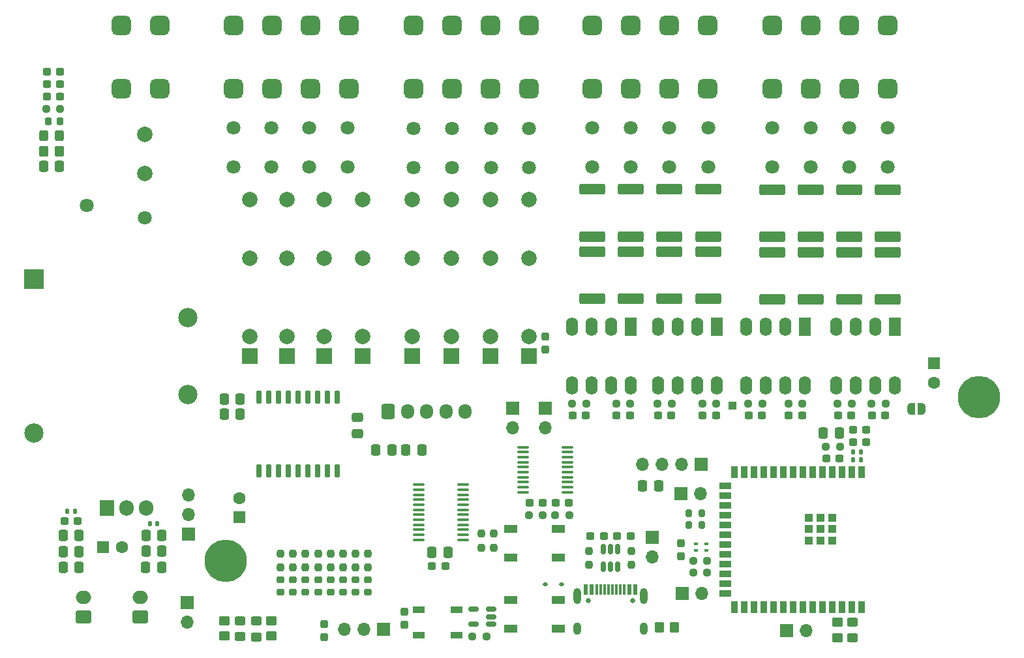
<source format=gbr>
%TF.GenerationSoftware,KiCad,Pcbnew,8.0.4*%
%TF.CreationDate,2024-09-09T03:46:58+02:00*%
%TF.ProjectId,hamodule,68616d6f-6475-46c6-952e-6b696361645f,20240908.24.8-1*%
%TF.SameCoordinates,Original*%
%TF.FileFunction,Soldermask,Top*%
%TF.FilePolarity,Negative*%
%FSLAX46Y46*%
G04 Gerber Fmt 4.6, Leading zero omitted, Abs format (unit mm)*
G04 Created by KiCad (PCBNEW 8.0.4) date 2024-09-09 03:46:58*
%MOMM*%
%LPD*%
G01*
G04 APERTURE LIST*
G04 Aperture macros list*
%AMRoundRect*
0 Rectangle with rounded corners*
0 $1 Rounding radius*
0 $2 $3 $4 $5 $6 $7 $8 $9 X,Y pos of 4 corners*
0 Add a 4 corners polygon primitive as box body*
4,1,4,$2,$3,$4,$5,$6,$7,$8,$9,$2,$3,0*
0 Add four circle primitives for the rounded corners*
1,1,$1+$1,$2,$3*
1,1,$1+$1,$4,$5*
1,1,$1+$1,$6,$7*
1,1,$1+$1,$8,$9*
0 Add four rect primitives between the rounded corners*
20,1,$1+$1,$2,$3,$4,$5,0*
20,1,$1+$1,$4,$5,$6,$7,0*
20,1,$1+$1,$6,$7,$8,$9,0*
20,1,$1+$1,$8,$9,$2,$3,0*%
%AMFreePoly0*
4,1,19,0.500000,-0.750000,0.000000,-0.750000,0.000000,-0.744911,-0.071157,-0.744911,-0.207708,-0.704816,-0.327430,-0.627875,-0.420627,-0.520320,-0.479746,-0.390866,-0.500000,-0.250000,-0.500000,0.250000,-0.479746,0.390866,-0.420627,0.520320,-0.327430,0.627875,-0.207708,0.704816,-0.071157,0.744911,0.000000,0.744911,0.000000,0.750000,0.500000,0.750000,0.500000,-0.750000,0.500000,-0.750000,
$1*%
%AMFreePoly1*
4,1,19,0.000000,0.744911,0.071157,0.744911,0.207708,0.704816,0.327430,0.627875,0.420627,0.520320,0.479746,0.390866,0.500000,0.250000,0.500000,-0.250000,0.479746,-0.390866,0.420627,-0.520320,0.327430,-0.627875,0.207708,-0.704816,0.071157,-0.744911,0.000000,-0.744911,0.000000,-0.750000,-0.500000,-0.750000,-0.500000,0.750000,0.000000,0.750000,0.000000,0.744911,0.000000,0.744911,
$1*%
G04 Aperture macros list end*
%ADD10R,1.700000X1.700000*%
%ADD11O,1.700000X1.700000*%
%ADD12RoundRect,0.249999X-1.425001X0.450001X-1.425001X-0.450001X1.425001X-0.450001X1.425001X0.450001X0*%
%ADD13C,1.800000*%
%ADD14RoundRect,0.250000X0.450000X-0.325000X0.450000X0.325000X-0.450000X0.325000X-0.450000X-0.325000X0*%
%ADD15RoundRect,0.250000X0.450000X-0.350000X0.450000X0.350000X-0.450000X0.350000X-0.450000X-0.350000X0*%
%ADD16RoundRect,0.250000X0.750000X-0.600000X0.750000X0.600000X-0.750000X0.600000X-0.750000X-0.600000X0*%
%ADD17O,2.000000X1.700000*%
%ADD18RoundRect,0.250000X0.337500X0.475000X-0.337500X0.475000X-0.337500X-0.475000X0.337500X-0.475000X0*%
%ADD19R,2.500000X2.500000*%
%ADD20C,2.500000*%
%ADD21R,1.905000X2.000000*%
%ADD22O,1.905000X2.000000*%
%ADD23RoundRect,0.625000X0.625000X0.625000X-0.625000X0.625000X-0.625000X-0.625000X0.625000X-0.625000X0*%
%ADD24C,2.000000*%
%ADD25R,1.600000X2.400000*%
%ADD26O,1.600000X2.400000*%
%ADD27RoundRect,0.237500X-0.250000X-0.237500X0.250000X-0.237500X0.250000X0.237500X-0.250000X0.237500X0*%
%ADD28RoundRect,0.237500X0.300000X0.237500X-0.300000X0.237500X-0.300000X-0.237500X0.300000X-0.237500X0*%
%ADD29R,1.800000X1.100000*%
%ADD30RoundRect,0.237500X-0.300000X-0.237500X0.300000X-0.237500X0.300000X0.237500X-0.300000X0.237500X0*%
%ADD31RoundRect,0.237500X-0.237500X0.300000X-0.237500X-0.300000X0.237500X-0.300000X0.237500X0.300000X0*%
%ADD32RoundRect,0.150000X0.150000X-0.725000X0.150000X0.725000X-0.150000X0.725000X-0.150000X-0.725000X0*%
%ADD33R,1.600000X1.600000*%
%ADD34C,1.600000*%
%ADD35RoundRect,0.237500X0.237500X-0.250000X0.237500X0.250000X-0.237500X0.250000X-0.237500X-0.250000X0*%
%ADD36RoundRect,0.218750X0.256250X-0.218750X0.256250X0.218750X-0.256250X0.218750X-0.256250X-0.218750X0*%
%ADD37R,2.000000X2.000000*%
%ADD38RoundRect,0.150000X0.512500X0.150000X-0.512500X0.150000X-0.512500X-0.150000X0.512500X-0.150000X0*%
%ADD39RoundRect,0.200000X0.200000X0.275000X-0.200000X0.275000X-0.200000X-0.275000X0.200000X-0.275000X0*%
%ADD40R,0.900000X1.500000*%
%ADD41R,1.500000X0.900000*%
%ADD42R,1.000000X1.000000*%
%ADD43RoundRect,0.100000X0.637500X0.100000X-0.637500X0.100000X-0.637500X-0.100000X0.637500X-0.100000X0*%
%ADD44RoundRect,0.237500X0.237500X-0.300000X0.237500X0.300000X-0.237500X0.300000X-0.237500X-0.300000X0*%
%ADD45RoundRect,0.250000X-0.450000X0.325000X-0.450000X-0.325000X0.450000X-0.325000X0.450000X0.325000X0*%
%ADD46RoundRect,0.250000X-0.337500X-0.475000X0.337500X-0.475000X0.337500X0.475000X-0.337500X0.475000X0*%
%ADD47RoundRect,0.112500X-0.187500X-0.112500X0.187500X-0.112500X0.187500X0.112500X-0.187500X0.112500X0*%
%ADD48RoundRect,0.250000X0.350000X0.450000X-0.350000X0.450000X-0.350000X-0.450000X0.350000X-0.450000X0*%
%ADD49RoundRect,0.140000X-0.140000X-0.170000X0.140000X-0.170000X0.140000X0.170000X-0.140000X0.170000X0*%
%ADD50C,0.650000*%
%ADD51R,0.600000X1.450000*%
%ADD52R,0.300000X1.450000*%
%ADD53O,1.000000X2.100000*%
%ADD54O,1.000000X1.600000*%
%ADD55RoundRect,0.250000X-0.600000X-0.725000X0.600000X-0.725000X0.600000X0.725000X-0.600000X0.725000X0*%
%ADD56O,1.700000X1.950000*%
%ADD57RoundRect,0.250000X0.325000X0.450000X-0.325000X0.450000X-0.325000X-0.450000X0.325000X-0.450000X0*%
%ADD58RoundRect,0.250000X-0.475000X0.337500X-0.475000X-0.337500X0.475000X-0.337500X0.475000X0.337500X0*%
%ADD59C,5.500000*%
%ADD60RoundRect,0.140000X0.140000X0.170000X-0.140000X0.170000X-0.140000X-0.170000X0.140000X-0.170000X0*%
%ADD61RoundRect,0.250000X-0.350000X-0.450000X0.350000X-0.450000X0.350000X0.450000X-0.350000X0.450000X0*%
%ADD62R,0.500000X0.300000*%
%ADD63RoundRect,0.150000X0.150000X-0.512500X0.150000X0.512500X-0.150000X0.512500X-0.150000X-0.512500X0*%
%ADD64RoundRect,0.237500X0.250000X0.237500X-0.250000X0.237500X-0.250000X-0.237500X0.250000X-0.237500X0*%
%ADD65FreePoly0,0.000000*%
%ADD66FreePoly1,0.000000*%
%ADD67RoundRect,0.237500X-0.237500X0.250000X-0.237500X-0.250000X0.237500X-0.250000X0.237500X0.250000X0*%
%ADD68RoundRect,0.218750X0.218750X0.256250X-0.218750X0.256250X-0.218750X-0.256250X0.218750X-0.256250X0*%
G04 APERTURE END LIST*
D10*
%TO.C,J5*%
X23674000Y5448400D03*
D11*
X23674000Y2908400D03*
%TD*%
D12*
%TO.C,R12*%
X76275000Y59056900D03*
X76275000Y52956900D03*
%TD*%
%TO.C,R11*%
X81228000Y59056900D03*
X81228000Y52956900D03*
%TD*%
D13*
%TO.C,RV1*%
X10626400Y57005330D03*
X18126400Y55372000D03*
%TD*%
D12*
%TO.C,R19*%
X81228000Y51005100D03*
X81228000Y44905100D03*
%TD*%
%TO.C,R20*%
X76275000Y51005100D03*
X76275000Y44905100D03*
%TD*%
D14*
%TO.C,D2*%
X30524000Y993400D03*
X30524000Y3043400D03*
%TD*%
D15*
%TO.C,R7*%
X28524000Y1068400D03*
X28524000Y3068400D03*
%TD*%
D16*
%TO.C,J1*%
X17574000Y3568700D03*
D17*
X17574000Y6068700D03*
%TD*%
D18*
%TO.C,C14*%
X9644200Y14098600D03*
X7569200Y14098600D03*
%TD*%
%TO.C,C8*%
X20361500Y12068400D03*
X18286500Y12068400D03*
%TD*%
D19*
%TO.C,PS1*%
X3780000Y47421800D03*
D20*
X3780000Y27421800D03*
X23780000Y32421800D03*
X23780000Y42421800D03*
%TD*%
D21*
%TO.C,U1*%
X13242700Y17729200D03*
D22*
X15782700Y17729200D03*
X18322700Y17729200D03*
%TD*%
D23*
%TO.C,J15*%
X44691800Y72136000D03*
X44691800Y80335999D03*
X39691800Y72136000D03*
X39691800Y80335999D03*
X34691800Y72136000D03*
X34691800Y80335999D03*
X29691800Y72136000D03*
X29691800Y80335999D03*
%TD*%
%TO.C,J2*%
X20144000Y72112401D03*
X20144000Y80312400D03*
X15144000Y72112401D03*
X15144000Y80312400D03*
%TD*%
%TO.C,J7*%
X91264000Y72140201D03*
X91264000Y80340200D03*
X86264000Y72140201D03*
X86264000Y80340200D03*
X81264000Y72140201D03*
X81264000Y80340200D03*
X76264000Y72140201D03*
X76264000Y80340200D03*
%TD*%
D24*
%TO.C,F1*%
X18161000Y66243200D03*
X18151000Y61163200D03*
%TD*%
D25*
%TO.C,U4*%
X115513178Y41232282D03*
D26*
X112973178Y41232282D03*
X110433178Y41232282D03*
X107893178Y41232282D03*
X107893178Y33612282D03*
X110433178Y33612282D03*
X112973178Y33612282D03*
X115513178Y33612282D03*
%TD*%
D12*
%TO.C,R21*%
X91286400Y51005100D03*
X91286400Y44905100D03*
%TD*%
%TO.C,R10*%
X86257200Y59056900D03*
X86257200Y52956900D03*
%TD*%
%TO.C,R9*%
X91286400Y59056900D03*
X91286400Y52956900D03*
%TD*%
D25*
%TO.C,U7*%
X81205300Y41228800D03*
D26*
X78665300Y41228800D03*
X76125300Y41228800D03*
X73585300Y41228800D03*
X73585300Y33608800D03*
X76125300Y33608800D03*
X78665300Y33608800D03*
X81205300Y33608800D03*
%TD*%
D25*
%TO.C,U6*%
X92381300Y41228800D03*
D26*
X89841300Y41228800D03*
X87301300Y41228800D03*
X84761300Y41228800D03*
X84761300Y33608800D03*
X87301300Y33608800D03*
X89841300Y33608800D03*
X92381300Y33608800D03*
%TD*%
D12*
%TO.C,R22*%
X86257200Y51005100D03*
X86257200Y44905100D03*
%TD*%
D27*
%TO.C,R1*%
X106588402Y25681201D03*
X108413402Y25681201D03*
%TD*%
D28*
%TO.C,C3*%
X108350902Y24157201D03*
X106625902Y24157201D03*
%TD*%
D16*
%TO.C,J4*%
X10174000Y3568700D03*
D17*
X10174000Y6068700D03*
%TD*%
D29*
%TO.C,SW2*%
X65671000Y14968400D03*
X71871000Y14968400D03*
X65671000Y11268400D03*
X71871000Y11268400D03*
%TD*%
%TO.C,SW3*%
X65669800Y5765800D03*
X71869800Y5765800D03*
X65669800Y2065800D03*
X71869800Y2065800D03*
%TD*%
D10*
%TO.C,J10*%
X101429402Y1808701D03*
D11*
X103969402Y1808701D03*
%TD*%
D30*
%TO.C,C6*%
X110099000Y26268400D03*
X111824000Y26268400D03*
%TD*%
D31*
%TO.C,C30*%
X87779402Y13161201D03*
X87779402Y11436201D03*
%TD*%
D10*
%TO.C,J19*%
X70124000Y30608400D03*
D11*
X70124000Y28068400D03*
%TD*%
D28*
%TO.C,C11*%
X77724000Y14078701D03*
X75999000Y14078701D03*
%TD*%
D14*
%TO.C,D3*%
X32624000Y968400D03*
X32624000Y3018400D03*
%TD*%
D32*
%TO.C,U11*%
X32964000Y22543400D03*
X34234000Y22543400D03*
X35504000Y22543400D03*
X36774000Y22543400D03*
X38044000Y22543400D03*
X39314000Y22543400D03*
X40584000Y22543400D03*
X41854000Y22543400D03*
X43124000Y22543400D03*
X43124000Y32093400D03*
X41854000Y32093400D03*
X40584000Y32093400D03*
X39314000Y32093400D03*
X38044000Y32093400D03*
X36774000Y32093400D03*
X35504000Y32093400D03*
X34234000Y32093400D03*
X32964000Y32093400D03*
%TD*%
D33*
%TO.C,C19*%
X120624000Y36468400D03*
D34*
X120624000Y33968400D03*
%TD*%
D10*
%TO.C,J14*%
X90364000Y23368400D03*
D11*
X87824000Y23368400D03*
X85284000Y23368400D03*
X82744000Y23368400D03*
%TD*%
D35*
%TO.C,R46*%
X37396000Y9965496D03*
X37396000Y11790496D03*
%TD*%
D23*
%TO.C,J6*%
X114621702Y72140201D03*
X114621702Y80340200D03*
X109621702Y72140201D03*
X109621702Y80340200D03*
X104621702Y72140201D03*
X104621702Y80340200D03*
X99621702Y72140201D03*
X99621702Y80340200D03*
%TD*%
%TO.C,J16*%
X68059800Y72136000D03*
X68059800Y80335999D03*
X63059800Y72136000D03*
X63059800Y80335999D03*
X58059800Y72136000D03*
X58059800Y80335999D03*
X53059800Y72136000D03*
X53059800Y80335999D03*
%TD*%
D35*
%TO.C,R45*%
X35770400Y9967396D03*
X35770400Y11792396D03*
%TD*%
D12*
%TO.C,R25*%
X104583200Y50900600D03*
X104583200Y44800600D03*
%TD*%
D30*
%TO.C,C25*%
X96524002Y29707101D03*
X98249002Y29707101D03*
%TD*%
D28*
%TO.C,C40*%
X7174000Y72718400D03*
X5449000Y72718400D03*
%TD*%
D12*
%TO.C,R15*%
X104583200Y59032600D03*
X104583200Y52932600D03*
%TD*%
D36*
%TO.C,D5*%
X35770400Y6790296D03*
X35770400Y8365296D03*
%TD*%
D30*
%TO.C,C23*%
X108156102Y29707101D03*
X109881102Y29707101D03*
%TD*%
D13*
%TO.C,F15*%
X58026800Y61849000D03*
X58026800Y66929000D03*
%TD*%
D15*
%TO.C,R8*%
X34624000Y1068400D03*
X34624000Y3068400D03*
%TD*%
D27*
%TO.C,R32*%
X84738626Y31255920D03*
X86563626Y31255920D03*
%TD*%
D37*
%TO.C,K5*%
X52911000Y37424500D03*
D24*
X52911000Y39964500D03*
X52911000Y50124500D03*
X52911000Y57744500D03*
%TD*%
D10*
%TO.C,J12*%
X87724000Y19568400D03*
D11*
X90264000Y19568400D03*
%TD*%
D13*
%TO.C,F4*%
X81228000Y61952500D03*
X81228000Y67032500D03*
%TD*%
D35*
%TO.C,R50*%
X43898400Y9967396D03*
X43898400Y11792396D03*
%TD*%
%TO.C,R49*%
X42272800Y9965496D03*
X42272800Y11790496D03*
%TD*%
D12*
%TO.C,R26*%
X99644200Y50852800D03*
X99644200Y44752800D03*
%TD*%
D27*
%TO.C,R34*%
X73611526Y31255920D03*
X75436526Y31255920D03*
%TD*%
D38*
%TO.C,U10*%
X63124000Y2641600D03*
X63124000Y3591600D03*
X63124000Y4541600D03*
X60849000Y4541600D03*
X60849000Y2641600D03*
%TD*%
D39*
%TO.C,R5*%
X90454402Y16988701D03*
X88804402Y16988701D03*
%TD*%
D33*
%TO.C,C18*%
X30424000Y16486020D03*
D34*
X30424000Y18986020D03*
%TD*%
D27*
%TO.C,R27*%
X112511500Y31231101D03*
X114336500Y31231101D03*
%TD*%
D12*
%TO.C,R16*%
X99644200Y58982800D03*
X99644200Y52882800D03*
%TD*%
D39*
%TO.C,R6*%
X90454402Y15513701D03*
X88804402Y15513701D03*
%TD*%
D40*
%TO.C,U3*%
X111239402Y22348701D03*
X109969402Y22348701D03*
X108699402Y22348701D03*
X107429402Y22348701D03*
X106159402Y22348701D03*
X104889402Y22348701D03*
X103619402Y22348701D03*
X102349402Y22348701D03*
X101079402Y22348701D03*
X99809402Y22348701D03*
X98539402Y22348701D03*
X97269402Y22348701D03*
X95999402Y22348701D03*
X94729402Y22348701D03*
D41*
X93479402Y20583701D03*
X93479402Y19313701D03*
X93479402Y18043701D03*
X93479402Y16773701D03*
X93479402Y15503701D03*
X93479402Y14233701D03*
X93479402Y12963701D03*
X93479402Y11693701D03*
X93479402Y10423701D03*
X93479402Y9153701D03*
X93479402Y7883701D03*
X93479402Y6613701D03*
D40*
X94729402Y4848701D03*
X95999402Y4848701D03*
X97269402Y4848701D03*
X98539402Y4848701D03*
X99809402Y4848701D03*
X101079402Y4848701D03*
X102349402Y4848701D03*
X103619402Y4848701D03*
X104889402Y4848701D03*
X106159402Y4848701D03*
X107429402Y4848701D03*
X108699402Y4848701D03*
X109969402Y4848701D03*
X111239402Y4848701D03*
D42*
X107389402Y16458701D03*
X105889402Y16458701D03*
X104389402Y16458701D03*
X107389402Y14958701D03*
X105889402Y14958701D03*
X104389402Y14958701D03*
X107389402Y13458701D03*
X105889402Y13458701D03*
X104389402Y13458701D03*
%TD*%
D12*
%TO.C,R13*%
X114616200Y59032600D03*
X114616200Y52932600D03*
%TD*%
D36*
%TO.C,D10*%
X43898400Y6790396D03*
X43898400Y8365396D03*
%TD*%
D43*
%TO.C,U12*%
X59449000Y13568400D03*
X59449000Y14218400D03*
X59449000Y14868400D03*
X59449000Y15518400D03*
X59449000Y16168400D03*
X59449000Y16818400D03*
X59449000Y17468400D03*
X59449000Y18118400D03*
X59449000Y18768400D03*
X59449000Y19418400D03*
X59449000Y20068400D03*
X59449000Y20718400D03*
X53724000Y20718400D03*
X53724000Y20068400D03*
X53724000Y19418400D03*
X53724000Y18768400D03*
X53724000Y18118400D03*
X53724000Y17468400D03*
X53724000Y16818400D03*
X53724000Y16168400D03*
X53724000Y15518400D03*
X53724000Y14868400D03*
X53724000Y14218400D03*
X53724000Y13568400D03*
%TD*%
D37*
%TO.C,K6*%
X57991000Y37424500D03*
D24*
X57991000Y39964500D03*
X57991000Y50124500D03*
X57991000Y57744500D03*
%TD*%
D27*
%TO.C,R44*%
X60659400Y1051600D03*
X62484400Y1051600D03*
%TD*%
D13*
%TO.C,F2*%
X91286400Y61952500D03*
X91286400Y67032500D03*
%TD*%
D10*
%TO.C,J17*%
X65924000Y30608400D03*
D11*
X65924000Y28068400D03*
%TD*%
D10*
%TO.C,J13*%
X84039402Y13923701D03*
D11*
X84039402Y11383701D03*
%TD*%
D13*
%TO.C,F7*%
X109626400Y61950600D03*
X109626400Y67030600D03*
%TD*%
D44*
%TO.C,C31*%
X51839200Y2540700D03*
X51839200Y4265700D03*
%TD*%
D10*
%TO.C,J11*%
X87929800Y6578600D03*
D11*
X90469800Y6578600D03*
%TD*%
D27*
%TO.C,R29*%
X101706402Y31231101D03*
X103531402Y31231101D03*
%TD*%
D42*
%TO.C,TP1*%
X94424000Y30968400D03*
%TD*%
D45*
%TO.C,D13*%
X110058200Y2879200D03*
X110058200Y829200D03*
%TD*%
D46*
%TO.C,C35*%
X48149000Y25268400D03*
X50224000Y25268400D03*
%TD*%
D30*
%TO.C,C34*%
X55449000Y10168400D03*
X57174000Y10168400D03*
%TD*%
D47*
%TO.C,D1*%
X70174000Y7768400D03*
X72274000Y7768400D03*
%TD*%
D13*
%TO.C,F8*%
X104621800Y61950600D03*
X104621800Y67030600D03*
%TD*%
%TO.C,F13*%
X44532300Y61935500D03*
X44532300Y67015500D03*
%TD*%
D25*
%TO.C,U5*%
X103829178Y41232282D03*
D26*
X101289178Y41232282D03*
X98749178Y41232282D03*
X96209178Y41232282D03*
X96209178Y33612282D03*
X98749178Y33612282D03*
X101289178Y33612282D03*
X103829178Y33612282D03*
%TD*%
D12*
%TO.C,R14*%
X109637800Y59032600D03*
X109637800Y52932600D03*
%TD*%
D28*
%TO.C,C22*%
X114286500Y29707101D03*
X112561500Y29707101D03*
%TD*%
D18*
%TO.C,C15*%
X9644200Y12041200D03*
X7569200Y12041200D03*
%TD*%
D10*
%TO.C,J8*%
X49116800Y1966700D03*
D11*
X46576800Y1966700D03*
X44036800Y1966700D03*
%TD*%
D30*
%TO.C,C42*%
X5449000Y71118400D03*
X7174000Y71118400D03*
%TD*%
D48*
%TO.C,R55*%
X7074000Y64018400D03*
X5074000Y64018400D03*
%TD*%
D49*
%TO.C,C44*%
X110144000Y24968400D03*
X111104000Y24968400D03*
%TD*%
D13*
%TO.C,F14*%
X53073800Y61849000D03*
X53073800Y66929000D03*
%TD*%
D50*
%TO.C,J3*%
X75715402Y5692801D03*
X81495402Y5692801D03*
D51*
X75355402Y7137801D03*
X76155402Y7137801D03*
D52*
X77355402Y7137801D03*
X78355402Y7137801D03*
X78855402Y7137801D03*
X79855402Y7137801D03*
D51*
X81055402Y7137801D03*
X81855402Y7137801D03*
X81855402Y7137801D03*
X81055402Y7137801D03*
D52*
X80355402Y7137801D03*
X79355402Y7137801D03*
X77855402Y7137801D03*
X76855402Y7137801D03*
D51*
X76155402Y7137801D03*
X75355402Y7137801D03*
D53*
X74285402Y6222801D03*
D54*
X74285402Y2042801D03*
D53*
X82925402Y6222801D03*
D54*
X82925402Y2042801D03*
%TD*%
D27*
%TO.C,R31*%
X90529826Y31255920D03*
X92354826Y31255920D03*
%TD*%
D30*
%TO.C,C47*%
X71486500Y18368400D03*
X73211500Y18368400D03*
%TD*%
D55*
%TO.C,J9*%
X49762400Y30243000D03*
D56*
X52262400Y30243000D03*
X54762400Y30243000D03*
X57262400Y30243000D03*
X59762400Y30243000D03*
%TD*%
D27*
%TO.C,R36*%
X67986500Y16768400D03*
X69811500Y16768400D03*
%TD*%
D35*
%TO.C,R47*%
X39021600Y9965496D03*
X39021600Y11790496D03*
%TD*%
D10*
%TO.C,SW1*%
X23834000Y14298400D03*
D11*
X23834000Y16838400D03*
X23834000Y19378400D03*
%TD*%
D30*
%TO.C,C27*%
X84785626Y29731920D03*
X86510626Y29731920D03*
%TD*%
D36*
%TO.C,D12*%
X47149600Y6790396D03*
X47149600Y8365396D03*
%TD*%
D43*
%TO.C,U9*%
X72986500Y19743400D03*
X72986500Y20393400D03*
X72986500Y21043400D03*
X72986500Y21693400D03*
X72986500Y22343400D03*
X72986500Y22993400D03*
X72986500Y23643400D03*
X72986500Y24293400D03*
X72986500Y24943400D03*
X72986500Y25593400D03*
X67261500Y25593400D03*
X67261500Y24943400D03*
X67261500Y24293400D03*
X67261500Y23643400D03*
X67261500Y22993400D03*
X67261500Y22343400D03*
X67261500Y21693400D03*
X67261500Y21043400D03*
X67261500Y20393400D03*
X67261500Y19743400D03*
%TD*%
D30*
%TO.C,C28*%
X79402600Y29731920D03*
X81127600Y29731920D03*
%TD*%
D18*
%TO.C,C10*%
X20353700Y10004400D03*
X18278700Y10004400D03*
%TD*%
D13*
%TO.C,F6*%
X114604800Y61950600D03*
X114604800Y67030600D03*
%TD*%
%TO.C,F3*%
X86257200Y61952500D03*
X86257200Y67032500D03*
%TD*%
D27*
%TO.C,R30*%
X96474002Y31231101D03*
X98299002Y31231101D03*
%TD*%
D57*
%TO.C,D14*%
X7074000Y66018400D03*
X5024000Y66018400D03*
%TD*%
D36*
%TO.C,D6*%
X37396000Y6790396D03*
X37396000Y8365396D03*
%TD*%
D31*
%TO.C,C33*%
X41427400Y2615100D03*
X41427400Y890100D03*
%TD*%
D13*
%TO.C,F16*%
X63106800Y61849000D03*
X63106800Y66929000D03*
%TD*%
D46*
%TO.C,C38*%
X82799000Y20568400D03*
X84874000Y20568400D03*
%TD*%
D35*
%TO.C,R52*%
X47149600Y9967396D03*
X47149600Y11792396D03*
%TD*%
D30*
%TO.C,C24*%
X101756402Y29707101D03*
X103481402Y29707101D03*
%TD*%
D46*
%TO.C,C36*%
X52049000Y25268400D03*
X54124000Y25268400D03*
%TD*%
D28*
%TO.C,C26*%
X92301826Y29731920D03*
X90576826Y29731920D03*
%TD*%
D58*
%TO.C,C37*%
X45724000Y29443400D03*
X45724000Y27368400D03*
%TD*%
D41*
%TO.C,D4*%
X53724000Y4518400D03*
X53724000Y1218400D03*
X58624000Y1218400D03*
X58624000Y4518400D03*
%TD*%
D59*
%TO.C,H5*%
X28664000Y10858400D03*
%TD*%
D27*
%TO.C,R35*%
X71424000Y16768400D03*
X73249000Y16768400D03*
%TD*%
D35*
%TO.C,R4*%
X81309402Y10296201D03*
X81309402Y12121201D03*
%TD*%
D60*
%TO.C,C49*%
X9084000Y17268400D03*
X8124000Y17268400D03*
%TD*%
D35*
%TO.C,R51*%
X45524000Y9967396D03*
X45524000Y11792396D03*
%TD*%
D28*
%TO.C,C46*%
X69811500Y18368400D03*
X68086500Y18368400D03*
%TD*%
%TO.C,C17*%
X9449000Y15968400D03*
X7724000Y15968400D03*
%TD*%
D37*
%TO.C,K1*%
X31818300Y37424500D03*
D24*
X31818300Y39964500D03*
X31818300Y50124500D03*
X31818300Y57744500D03*
%TD*%
D37*
%TO.C,K2*%
X36644300Y37424500D03*
D24*
X36644300Y39964500D03*
X36644300Y50124500D03*
X36644300Y57744500D03*
%TD*%
D13*
%TO.C,F11*%
X34612300Y61935500D03*
X34612300Y67015500D03*
%TD*%
D37*
%TO.C,K4*%
X46423300Y37424500D03*
D24*
X46423300Y39964500D03*
X46423300Y50124500D03*
X46423300Y57744500D03*
%TD*%
D37*
%TO.C,K7*%
X63071000Y37424500D03*
D24*
X63071000Y39964500D03*
X63071000Y50124500D03*
X63071000Y57744500D03*
%TD*%
D37*
%TO.C,K8*%
X68024000Y37424500D03*
D24*
X68024000Y39964500D03*
X68024000Y50124500D03*
X68024000Y57744500D03*
%TD*%
D18*
%TO.C,C21*%
X30524000Y29868400D03*
X28449000Y29868400D03*
%TD*%
D61*
%TO.C,R2*%
X84944200Y2184400D03*
X86944200Y2184400D03*
%TD*%
D62*
%TO.C,U8*%
X91089402Y12205101D03*
X91089402Y13005101D03*
X89689402Y13005101D03*
X89689402Y12205101D03*
%TD*%
D36*
%TO.C,D8*%
X40647200Y6790396D03*
X40647200Y8365396D03*
%TD*%
D63*
%TO.C,U2*%
X77659402Y10101201D03*
X78609402Y10101201D03*
X79559402Y10101201D03*
X79559402Y12376201D03*
X78609402Y12376201D03*
X77659402Y12376201D03*
%TD*%
D37*
%TO.C,K3*%
X41470300Y37424500D03*
D24*
X41470300Y39964500D03*
X41470300Y50124500D03*
X41470300Y57744500D03*
%TD*%
D30*
%TO.C,C13*%
X79499000Y14078701D03*
X81224000Y14078701D03*
%TD*%
D59*
%TO.C,H4*%
X126424000Y32080200D03*
%TD*%
D46*
%TO.C,C41*%
X4999000Y62018400D03*
X7074000Y62018400D03*
%TD*%
D27*
%TO.C,R17*%
X89358502Y10795000D03*
X91183502Y10795000D03*
%TD*%
D18*
%TO.C,C16*%
X9644200Y10009200D03*
X7569200Y10009200D03*
%TD*%
D36*
%TO.C,D7*%
X39021600Y6790396D03*
X39021600Y8365396D03*
%TD*%
D12*
%TO.C,R24*%
X109637800Y50904600D03*
X109637800Y44804600D03*
%TD*%
D33*
%TO.C,C12*%
X12734700Y12649200D03*
D34*
X15234700Y12649200D03*
%TD*%
D13*
%TO.C,F9*%
X99621800Y61980000D03*
X99621800Y67060000D03*
%TD*%
%TO.C,F5*%
X76249600Y61952500D03*
X76249600Y67032500D03*
%TD*%
D64*
%TO.C,R54*%
X7174000Y69518400D03*
X5349000Y69518400D03*
%TD*%
D36*
%TO.C,D9*%
X42272800Y6790396D03*
X42272800Y8365396D03*
%TD*%
D65*
%TO.C,JP1*%
X117674000Y30568400D03*
D66*
X118974000Y30568400D03*
%TD*%
D12*
%TO.C,R23*%
X114616200Y50904600D03*
X114616200Y44804600D03*
%TD*%
D30*
%TO.C,C4*%
X110099000Y27868400D03*
X111824000Y27868400D03*
%TD*%
D18*
%TO.C,C5*%
X20361500Y14168400D03*
X18286500Y14168400D03*
%TD*%
D13*
%TO.C,F17*%
X68059800Y61849000D03*
X68059800Y66929000D03*
%TD*%
D18*
%TO.C,C20*%
X30524000Y31868400D03*
X28449000Y31868400D03*
%TD*%
D35*
%TO.C,R48*%
X40647200Y9965496D03*
X40647200Y11790496D03*
%TD*%
D49*
%TO.C,C43*%
X110144000Y23968400D03*
X111104000Y23968400D03*
%TD*%
D27*
%TO.C,R33*%
X79351926Y31267400D03*
X81176926Y31267400D03*
%TD*%
D28*
%TO.C,C39*%
X7174000Y74318400D03*
X5449000Y74318400D03*
%TD*%
D27*
%TO.C,R18*%
X89358502Y9271000D03*
X91183502Y9271000D03*
%TD*%
D13*
%TO.C,F10*%
X29659300Y61935500D03*
X29659300Y67015500D03*
%TD*%
D67*
%TO.C,R37*%
X63424000Y14380900D03*
X63424000Y12555900D03*
%TD*%
%TO.C,R38*%
X61874000Y14368400D03*
X61874000Y12543400D03*
%TD*%
D15*
%TO.C,R53*%
X108102400Y854200D03*
X108102400Y2854200D03*
%TD*%
D35*
%TO.C,R3*%
X75839402Y10316201D03*
X75839402Y12141201D03*
%TD*%
D31*
%TO.C,C9*%
X70154000Y39953400D03*
X70154000Y38228400D03*
%TD*%
D30*
%TO.C,C29*%
X73660426Y29731920D03*
X75385426Y29731920D03*
%TD*%
D13*
%TO.C,F12*%
X39532300Y61935500D03*
X39532300Y67015500D03*
%TD*%
D18*
%TO.C,C7*%
X108324000Y27468400D03*
X106249000Y27468400D03*
%TD*%
D60*
%TO.C,C48*%
X19784000Y15668400D03*
X18824000Y15668400D03*
%TD*%
D46*
%TO.C,C32*%
X55449000Y11918400D03*
X57524000Y11918400D03*
%TD*%
D36*
%TO.C,D11*%
X45524000Y6790396D03*
X45524000Y8365396D03*
%TD*%
D27*
%TO.C,R28*%
X108105302Y31231101D03*
X109930302Y31231101D03*
%TD*%
D68*
%TO.C,D15*%
X7174000Y67918400D03*
X5599000Y67918400D03*
%TD*%
M02*

</source>
